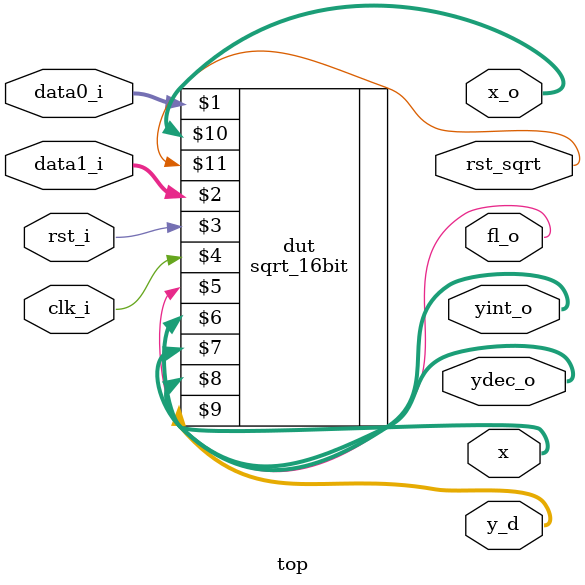
<source format=sv>
module top#(parameter n=16,digit=32) (data0_i,data1_i,rst_i,clk_i,fl_o,yint_o,ydec_o,x,y_d,x_o,rst_sqrt);
input logic[n-1:0] data0_i,data1_i;
input logic rst_i,clk_i;
output logic [2*n:0] yint_o;
output logic [2*n:0] x;
output logic [digit-1:0] ydec_o;
output logic fl_o,rst_sqrt;
output logic [2*n+digit:0] x_o,y_d;
 sqrt_16bit#(n,digit)  dut(data0_i,data1_i,rst_i,clk_i,fl_o,yint_o,ydec_o,x,y_d,x_o,rst_sqrt);
endmodule:top

</source>
